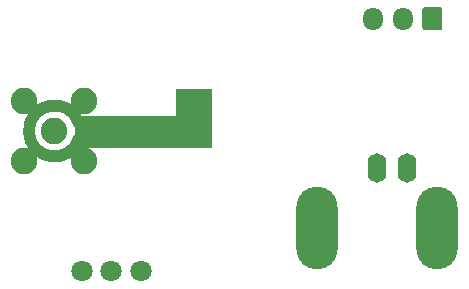
<source format=gbs>
G04 #@! TF.GenerationSoftware,KiCad,Pcbnew,(5.1.5-0)*
G04 #@! TF.CreationDate,2020-06-12T16:12:48+02:00*
G04 #@! TF.ProjectId,Ampli_IMS,416d706c-695f-4494-9d53-2e6b69636164,rev?*
G04 #@! TF.SameCoordinates,Original*
G04 #@! TF.FileFunction,Soldermask,Bot*
G04 #@! TF.FilePolarity,Negative*
%FSLAX46Y46*%
G04 Gerber Fmt 4.6, Leading zero omitted, Abs format (unit mm)*
G04 Created by KiCad (PCBNEW (5.1.5-0)) date 2020-06-12 16:12:48*
%MOMM*%
%LPD*%
G04 APERTURE LIST*
%ADD10C,0.100000*%
%ADD11C,1.000000*%
%ADD12C,2.250000*%
%ADD13C,1.800000*%
%ADD14O,1.700000X1.950000*%
%ADD15O,1.600000X2.500000*%
%ADD16O,3.500000X7.000000*%
G04 APERTURE END LIST*
D10*
G36*
X42250000Y-35350000D02*
G01*
X30750000Y-35350000D01*
X30750000Y-32700000D01*
X39250000Y-32700000D01*
X39250000Y-30450000D01*
X42250000Y-30450000D01*
X42250000Y-35350000D01*
G37*
X42250000Y-35350000D02*
X30750000Y-35350000D01*
X30750000Y-32700000D01*
X39250000Y-32700000D01*
X39250000Y-30450000D01*
X42250000Y-30450000D01*
X42250000Y-35350000D01*
D11*
X31075951Y-34618811D02*
G75*
G02X31050000Y-33300000I-2075951J618811D01*
G01*
D12*
X29000000Y-34000000D03*
X31540000Y-31460000D03*
X26460000Y-31460000D03*
X26460000Y-36540000D03*
X31540000Y-36540000D03*
D13*
X31300000Y-45900000D03*
X33800000Y-45900000D03*
X36300000Y-45900000D03*
D14*
X56000000Y-24500000D03*
X58500000Y-24500000D03*
D10*
G36*
X61624504Y-23526204D02*
G01*
X61648773Y-23529804D01*
X61672571Y-23535765D01*
X61695671Y-23544030D01*
X61717849Y-23554520D01*
X61738893Y-23567133D01*
X61758598Y-23581747D01*
X61776777Y-23598223D01*
X61793253Y-23616402D01*
X61807867Y-23636107D01*
X61820480Y-23657151D01*
X61830970Y-23679329D01*
X61839235Y-23702429D01*
X61845196Y-23726227D01*
X61848796Y-23750496D01*
X61850000Y-23775000D01*
X61850000Y-25225000D01*
X61848796Y-25249504D01*
X61845196Y-25273773D01*
X61839235Y-25297571D01*
X61830970Y-25320671D01*
X61820480Y-25342849D01*
X61807867Y-25363893D01*
X61793253Y-25383598D01*
X61776777Y-25401777D01*
X61758598Y-25418253D01*
X61738893Y-25432867D01*
X61717849Y-25445480D01*
X61695671Y-25455970D01*
X61672571Y-25464235D01*
X61648773Y-25470196D01*
X61624504Y-25473796D01*
X61600000Y-25475000D01*
X60400000Y-25475000D01*
X60375496Y-25473796D01*
X60351227Y-25470196D01*
X60327429Y-25464235D01*
X60304329Y-25455970D01*
X60282151Y-25445480D01*
X60261107Y-25432867D01*
X60241402Y-25418253D01*
X60223223Y-25401777D01*
X60206747Y-25383598D01*
X60192133Y-25363893D01*
X60179520Y-25342849D01*
X60169030Y-25320671D01*
X60160765Y-25297571D01*
X60154804Y-25273773D01*
X60151204Y-25249504D01*
X60150000Y-25225000D01*
X60150000Y-23775000D01*
X60151204Y-23750496D01*
X60154804Y-23726227D01*
X60160765Y-23702429D01*
X60169030Y-23679329D01*
X60179520Y-23657151D01*
X60192133Y-23636107D01*
X60206747Y-23616402D01*
X60223223Y-23598223D01*
X60241402Y-23581747D01*
X60261107Y-23567133D01*
X60282151Y-23554520D01*
X60304329Y-23544030D01*
X60327429Y-23535765D01*
X60351227Y-23529804D01*
X60375496Y-23526204D01*
X60400000Y-23525000D01*
X61600000Y-23525000D01*
X61624504Y-23526204D01*
G37*
D15*
X58840000Y-37100000D03*
X56300000Y-37100000D03*
D16*
X51220000Y-42180000D03*
X61380000Y-42180000D03*
M02*

</source>
